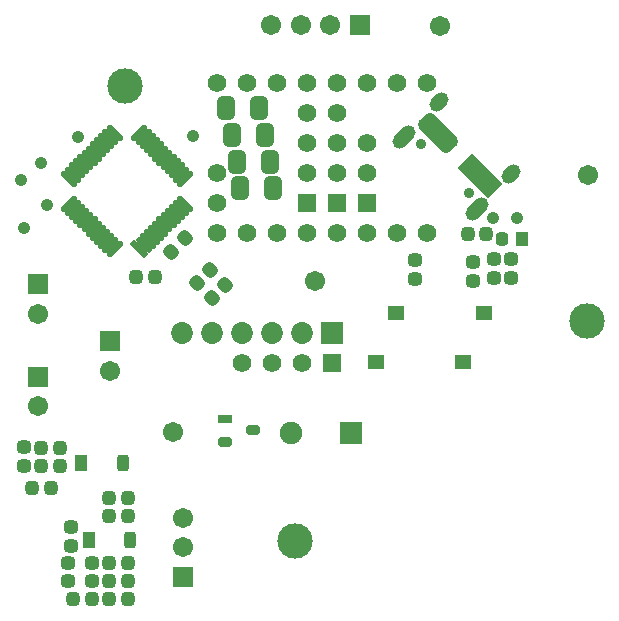
<source format=gts>
G04*
G04 #@! TF.GenerationSoftware,Altium Limited,Altium Designer,23.4.1 (23)*
G04*
G04 Layer_Color=8388736*
%FSLAX44Y44*%
%MOMM*%
G71*
G04*
G04 #@! TF.SameCoordinates,AB80FC79-285A-43AE-8B4E-7A9897C75676*
G04*
G04*
G04 #@! TF.FilePolarity,Negative*
G04*
G01*
G75*
%ADD81C,1.0414*%
G04:AMPARAMS|DCode=82|XSize=1.2032mm|YSize=1.1032mm|CornerRadius=0.3266mm|HoleSize=0mm|Usage=FLASHONLY|Rotation=0.000|XOffset=0mm|YOffset=0mm|HoleType=Round|Shape=RoundedRectangle|*
%AMROUNDEDRECTD82*
21,1,1.2032,0.4500,0,0,0.0*
21,1,0.5500,1.1032,0,0,0.0*
1,1,0.6532,0.2750,-0.2250*
1,1,0.6532,-0.2750,-0.2250*
1,1,0.6532,-0.2750,0.2250*
1,1,0.6532,0.2750,0.2250*
%
%ADD82ROUNDEDRECTD82*%
G04:AMPARAMS|DCode=83|XSize=1.6782mm|YSize=0.5032mm|CornerRadius=0.1766mm|HoleSize=0mm|Usage=FLASHONLY|Rotation=225.000|XOffset=0mm|YOffset=0mm|HoleType=Round|Shape=RoundedRectangle|*
%AMROUNDEDRECTD83*
21,1,1.6782,0.1500,0,0,225.0*
21,1,1.3250,0.5032,0,0,225.0*
1,1,0.3532,-0.5215,-0.4154*
1,1,0.3532,0.4154,0.5215*
1,1,0.3532,0.5215,0.4154*
1,1,0.3532,-0.4154,-0.5215*
%
%ADD83ROUNDEDRECTD83*%
G04:AMPARAMS|DCode=84|XSize=1.2032mm|YSize=1.1032mm|CornerRadius=0.3266mm|HoleSize=0mm|Usage=FLASHONLY|Rotation=315.000|XOffset=0mm|YOffset=0mm|HoleType=Round|Shape=RoundedRectangle|*
%AMROUNDEDRECTD84*
21,1,1.2032,0.4500,0,0,315.0*
21,1,0.5500,1.1032,0,0,315.0*
1,1,0.6532,0.0354,-0.3536*
1,1,0.6532,-0.3536,0.0354*
1,1,0.6532,-0.0354,0.3536*
1,1,0.6532,0.3536,-0.0354*
%
%ADD84ROUNDEDRECTD84*%
G04:AMPARAMS|DCode=85|XSize=1.2032mm|YSize=1.1032mm|CornerRadius=0.3266mm|HoleSize=0mm|Usage=FLASHONLY|Rotation=90.000|XOffset=0mm|YOffset=0mm|HoleType=Round|Shape=RoundedRectangle|*
%AMROUNDEDRECTD85*
21,1,1.2032,0.4500,0,0,90.0*
21,1,0.5500,1.1032,0,0,90.0*
1,1,0.6532,0.2250,0.2750*
1,1,0.6532,0.2250,-0.2750*
1,1,0.6532,-0.2250,-0.2750*
1,1,0.6532,-0.2250,0.2750*
%
%ADD85ROUNDEDRECTD85*%
%ADD86R,1.2032X0.8032*%
G04:AMPARAMS|DCode=87|XSize=0.8032mm|YSize=1.2032mm|CornerRadius=0.2516mm|HoleSize=0mm|Usage=FLASHONLY|Rotation=90.000|XOffset=0mm|YOffset=0mm|HoleType=Round|Shape=RoundedRectangle|*
%AMROUNDEDRECTD87*
21,1,0.8032,0.7000,0,0,90.0*
21,1,0.3000,1.2032,0,0,90.0*
1,1,0.5032,0.3500,0.1500*
1,1,0.5032,0.3500,-0.1500*
1,1,0.5032,-0.3500,-0.1500*
1,1,0.5032,-0.3500,0.1500*
%
%ADD87ROUNDEDRECTD87*%
G04:AMPARAMS|DCode=88|XSize=1.4032mm|YSize=1.0032mm|CornerRadius=0.3016mm|HoleSize=0mm|Usage=FLASHONLY|Rotation=90.000|XOffset=0mm|YOffset=0mm|HoleType=Round|Shape=RoundedRectangle|*
%AMROUNDEDRECTD88*
21,1,1.4032,0.4000,0,0,90.0*
21,1,0.8000,1.0032,0,0,90.0*
1,1,0.6032,0.2000,0.4000*
1,1,0.6032,0.2000,-0.4000*
1,1,0.6032,-0.2000,-0.4000*
1,1,0.6032,-0.2000,0.4000*
%
%ADD88ROUNDEDRECTD88*%
%ADD89R,1.0032X1.4032*%
%ADD90R,1.0532X1.1532*%
G04:AMPARAMS|DCode=91|XSize=1.1532mm|YSize=1.0532mm|CornerRadius=0.3141mm|HoleSize=0mm|Usage=FLASHONLY|Rotation=270.000|XOffset=0mm|YOffset=0mm|HoleType=Round|Shape=RoundedRectangle|*
%AMROUNDEDRECTD91*
21,1,1.1532,0.4250,0,0,270.0*
21,1,0.5250,1.0532,0,0,270.0*
1,1,0.6282,-0.2125,-0.2625*
1,1,0.6282,-0.2125,0.2625*
1,1,0.6282,0.2125,0.2625*
1,1,0.6282,0.2125,-0.2625*
%
%ADD91ROUNDEDRECTD91*%
G04:AMPARAMS|DCode=92|XSize=2.0032mm|YSize=1.5032mm|CornerRadius=0.4266mm|HoleSize=0mm|Usage=FLASHONLY|Rotation=270.000|XOffset=0mm|YOffset=0mm|HoleType=Round|Shape=RoundedRectangle|*
%AMROUNDEDRECTD92*
21,1,2.0032,0.6500,0,0,270.0*
21,1,1.1500,1.5032,0,0,270.0*
1,1,0.8532,-0.3250,-0.5750*
1,1,0.8532,-0.3250,0.5750*
1,1,0.8532,0.3250,0.5750*
1,1,0.8532,0.3250,-0.5750*
%
%ADD92ROUNDEDRECTD92*%
G04:AMPARAMS|DCode=93|XSize=1.6782mm|YSize=0.5032mm|CornerRadius=0mm|HoleSize=0mm|Usage=FLASHONLY|Rotation=135.000|XOffset=0mm|YOffset=0mm|HoleType=Round|Shape=Rectangle|*
%AMROTATEDRECTD93*
4,1,4,0.7712,-0.4154,0.4154,-0.7712,-0.7712,0.4154,-0.4154,0.7712,0.7712,-0.4154,0.0*
%
%ADD93ROTATEDRECTD93*%

G04:AMPARAMS|DCode=94|XSize=1.6782mm|YSize=0.5032mm|CornerRadius=0mm|HoleSize=0mm|Usage=FLASHONLY|Rotation=135.000|XOffset=0mm|YOffset=0mm|HoleType=Round|Shape=Round|*
%AMOVALD94*
21,1,1.1750,0.5032,0.0000,0.0000,135.0*
1,1,0.5032,0.4154,-0.4154*
1,1,0.5032,-0.4154,0.4154*
%
%ADD94OVALD94*%

G04:AMPARAMS|DCode=95|XSize=1.6782mm|YSize=0.5032mm|CornerRadius=0.1766mm|HoleSize=0mm|Usage=FLASHONLY|Rotation=135.000|XOffset=0mm|YOffset=0mm|HoleType=Round|Shape=RoundedRectangle|*
%AMROUNDEDRECTD95*
21,1,1.6782,0.1500,0,0,135.0*
21,1,1.3250,0.5032,0,0,135.0*
1,1,0.3532,-0.4154,0.5215*
1,1,0.3532,0.5215,-0.4154*
1,1,0.3532,0.4154,-0.5215*
1,1,0.3532,-0.5215,0.4154*
%
%ADD95ROUNDEDRECTD95*%
%ADD96R,1.4032X1.2032*%
%ADD97C,3.0000*%
G04:AMPARAMS|DCode=98|XSize=1.7032mm|YSize=3.7032mm|CornerRadius=0.4766mm|HoleSize=0mm|Usage=FLASHONLY|Rotation=225.000|XOffset=0mm|YOffset=0mm|HoleType=Round|Shape=RoundedRectangle|*
%AMROUNDEDRECTD98*
21,1,1.7032,2.7500,0,0,225.0*
21,1,0.7500,3.7032,0,0,225.0*
1,1,0.9532,-1.2374,0.7071*
1,1,0.9532,-0.7071,1.2374*
1,1,0.9532,1.2374,-0.7071*
1,1,0.9532,0.7071,-1.2374*
%
%ADD98ROUNDEDRECTD98*%
G04:AMPARAMS|DCode=99|XSize=1.7032mm|YSize=3.7032mm|CornerRadius=0mm|HoleSize=0mm|Usage=FLASHONLY|Rotation=225.000|XOffset=0mm|YOffset=0mm|HoleType=Round|Shape=Rectangle|*
%AMROTATEDRECTD99*
4,1,4,-0.7071,1.9115,1.9115,-0.7071,0.7071,-1.9115,-1.9115,0.7071,-0.7071,1.9115,0.0*
%
%ADD99ROTATEDRECTD99*%

%ADD100R,1.7112X1.7112*%
%ADD101C,1.7112*%
%ADD102C,1.5748*%
%ADD103R,1.7112X1.7112*%
%ADD104R,1.8508X1.8508*%
%ADD105C,1.8508*%
%ADD106R,1.5494X1.5494*%
%ADD107R,1.9032X1.9032*%
%ADD108C,1.9032*%
%ADD109C,1.7032*%
%ADD110R,1.5494X1.5494*%
G04:AMPARAMS|DCode=111|XSize=1.2032mm|YSize=1.8032mm|CornerRadius=0mm|HoleSize=0mm|Usage=FLASHONLY|Rotation=315.000|XOffset=0mm|YOffset=0mm|HoleType=Round|Shape=Round|*
%AMOVALD111*
21,1,0.6000,1.2032,0.0000,0.0000,45.0*
1,1,1.2032,-0.2121,-0.2121*
1,1,1.2032,0.2121,0.2121*
%
%ADD111OVALD111*%

%ADD112C,0.8782*%
G04:AMPARAMS|DCode=113|XSize=1.2032mm|YSize=2.3032mm|CornerRadius=0mm|HoleSize=0mm|Usage=FLASHONLY|Rotation=315.000|XOffset=0mm|YOffset=0mm|HoleType=Round|Shape=Round|*
%AMOVALD113*
21,1,1.1000,1.2032,0.0000,0.0000,45.0*
1,1,1.2032,-0.3889,-0.3889*
1,1,1.2032,0.3889,0.3889*
%
%ADD113OVALD113*%

D81*
X27940Y378206D02*
D03*
X13970Y322834D02*
D03*
X33020Y342392D02*
D03*
X11176Y363982D02*
D03*
X157226Y400558D02*
D03*
X59436Y400304D02*
D03*
X411275Y331586D02*
D03*
X430993Y331642D02*
D03*
D82*
X426500Y296500D02*
D03*
Y280500D02*
D03*
X53493Y69642D02*
D03*
Y53642D02*
D03*
X70993Y23642D02*
D03*
Y39642D02*
D03*
X50993Y23642D02*
D03*
Y39642D02*
D03*
X13493Y121142D02*
D03*
X13493Y137142D02*
D03*
X345235Y295644D02*
D03*
Y279644D02*
D03*
X394257Y278374D02*
D03*
Y294374D02*
D03*
X411529Y280406D02*
D03*
Y296406D02*
D03*
D83*
X69258Y325943D02*
D03*
X150405Y364664D02*
D03*
X146870Y368200D02*
D03*
X143334Y371735D02*
D03*
X139799Y375271D02*
D03*
X136263Y378806D02*
D03*
X132728Y382342D02*
D03*
X129192Y385877D02*
D03*
X125656Y389413D02*
D03*
X122121Y392948D02*
D03*
X118586Y396484D02*
D03*
X115050Y400019D02*
D03*
X111514Y403555D02*
D03*
X51580Y343620D02*
D03*
X55116Y340085D02*
D03*
X58651Y336549D02*
D03*
X62187Y333014D02*
D03*
X65722Y329478D02*
D03*
X72793Y322407D02*
D03*
X76329Y318872D02*
D03*
X79864Y315336D02*
D03*
X83400Y311801D02*
D03*
X86935Y308265D02*
D03*
X90471Y304730D02*
D03*
D84*
X172836Y263486D02*
D03*
X184149Y274799D02*
D03*
X171649Y287299D02*
D03*
X160336Y275986D02*
D03*
X149978Y314129D02*
D03*
X138664Y302815D02*
D03*
D85*
X36493Y102832D02*
D03*
X20493Y102832D02*
D03*
X101493Y39142D02*
D03*
X85493D02*
D03*
X101493Y24142D02*
D03*
X85493D02*
D03*
Y9142D02*
D03*
X101493Y9142D02*
D03*
X85493Y94142D02*
D03*
X101493Y94142D02*
D03*
X85493Y79142D02*
D03*
X101493D02*
D03*
X27993Y121642D02*
D03*
X43993D02*
D03*
X27993Y136642D02*
D03*
X43993D02*
D03*
X71493Y9142D02*
D03*
X55493D02*
D03*
X108889Y281548D02*
D03*
X124889D02*
D03*
X405305Y317870D02*
D03*
X389305D02*
D03*
D86*
X183993Y161142D02*
D03*
D87*
Y142142D02*
D03*
X207993Y151642D02*
D03*
D88*
X103493Y59142D02*
D03*
X97263Y124142D02*
D03*
D89*
X68493Y59142D02*
D03*
X62263Y124142D02*
D03*
D90*
X435273Y313552D02*
D03*
D91*
X418773D02*
D03*
D92*
X184493Y424142D02*
D03*
X212493D02*
D03*
X189493Y401642D02*
D03*
X217493D02*
D03*
X194493Y379142D02*
D03*
X222493D02*
D03*
X196993Y356642D02*
D03*
X224993D02*
D03*
D93*
X111514Y304730D02*
D03*
D94*
X115050Y308265D02*
D03*
D95*
X118586Y311801D02*
D03*
X122121Y315336D02*
D03*
X125656Y318872D02*
D03*
X129192Y322407D02*
D03*
X132728Y325943D02*
D03*
X136263Y329478D02*
D03*
X139799Y333014D02*
D03*
X143334Y336549D02*
D03*
X146870Y340085D02*
D03*
X150405Y343620D02*
D03*
X90471Y403555D02*
D03*
X86935Y400019D02*
D03*
X83400Y396484D02*
D03*
X79864Y392948D02*
D03*
X76329Y389413D02*
D03*
X72793Y385877D02*
D03*
X69258Y382342D02*
D03*
X65722Y378806D02*
D03*
X62187Y375271D02*
D03*
X58651Y371735D02*
D03*
X55116Y368200D02*
D03*
X51580Y364664D02*
D03*
D96*
X329063Y251068D02*
D03*
X403063D02*
D03*
X311621Y209412D02*
D03*
X385621D02*
D03*
D97*
X490537Y243924D02*
D03*
X242831Y57698D02*
D03*
X99173Y443502D02*
D03*
D98*
X363961Y403173D02*
D03*
D99*
X400024Y367111D02*
D03*
D100*
X297899Y495078D02*
D03*
D101*
X272899D02*
D03*
X247899D02*
D03*
X222899D02*
D03*
X25993Y172142D02*
D03*
Y250142D02*
D03*
X148385Y77694D02*
D03*
Y52694D02*
D03*
X86993Y202142D02*
D03*
D102*
X177595Y344032D02*
D03*
X177595Y318632D02*
D03*
Y369432D02*
D03*
X249223Y208650D02*
D03*
X223823D02*
D03*
X198423D02*
D03*
X304595Y394832D02*
D03*
Y369432D02*
D03*
X279195D02*
D03*
Y394832D02*
D03*
Y420232D02*
D03*
X253795Y369432D02*
D03*
Y394832D02*
D03*
X253795Y420232D02*
D03*
X279195Y445632D02*
D03*
X304595Y445632D02*
D03*
X253795Y445632D02*
D03*
X228395D02*
D03*
X355395Y318632D02*
D03*
Y445632D02*
D03*
X202995Y445632D02*
D03*
X202995Y318632D02*
D03*
X228395Y318632D02*
D03*
X253795Y318632D02*
D03*
X279195D02*
D03*
X304595Y318632D02*
D03*
X329995Y318632D02*
D03*
Y445632D02*
D03*
X177595Y445632D02*
D03*
D103*
X25993Y197142D02*
D03*
Y275142D02*
D03*
X148385Y27694D02*
D03*
X86993Y227142D02*
D03*
D104*
X274623Y234050D02*
D03*
D105*
X249223D02*
D03*
X223823D02*
D03*
X198423D02*
D03*
X173023D02*
D03*
X147623D02*
D03*
D106*
X274623Y208650D02*
D03*
D107*
X290793Y149142D02*
D03*
D108*
X239993D02*
D03*
D109*
X490993Y368048D02*
D03*
X365993Y494142D02*
D03*
X140160Y150469D02*
D03*
X260000Y278182D02*
D03*
D110*
X304595Y344032D02*
D03*
X279195D02*
D03*
X253795Y344032D02*
D03*
D111*
X365446Y429689D02*
D03*
X426539Y368595D02*
D03*
D112*
X349748Y393768D02*
D03*
X390618Y352898D02*
D03*
D113*
X335889Y400132D02*
D03*
X396982Y339038D02*
D03*
M02*

</source>
